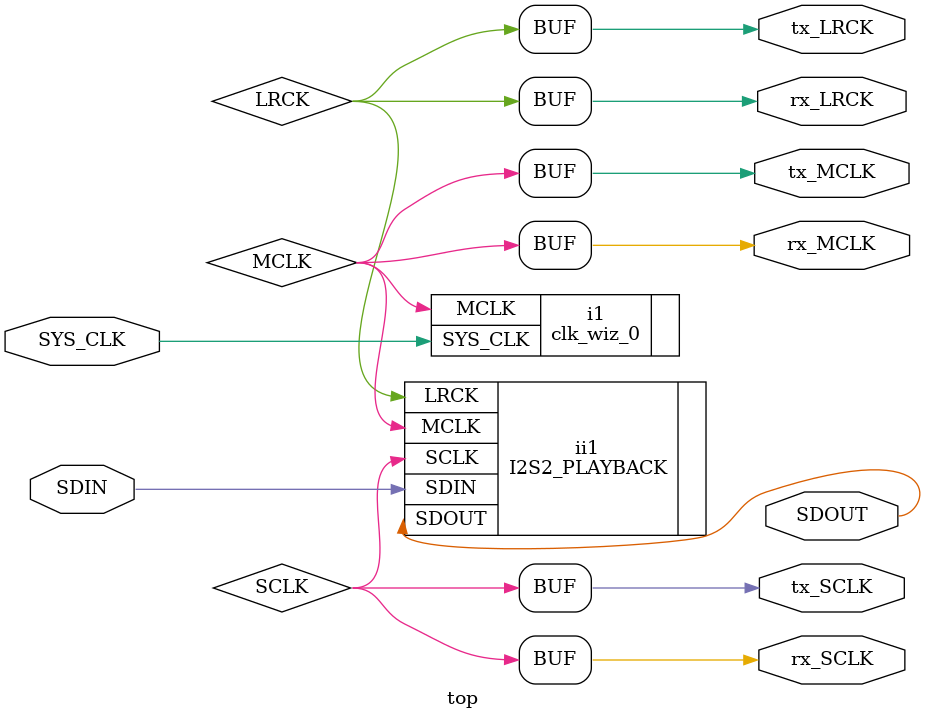
<source format=v>
module top(
    input SYS_CLK,
    input SDIN,
    output rx_MCLK, rx_LRCK, rx_SCLK,
    output tx_MCLK, tx_LRCK, tx_SCLK,
    output SDOUT
);

wire MCLK, LRCK, SCLK;

assign rx_MCLK = MCLK;
assign tx_MCLK = MCLK;

assign rx_LRCK = LRCK;
assign tx_LRCK = LRCK;

assign rx_SCLK = SCLK;
assign tx_SCLK = SCLK;


clk_wiz_0 i1(.SYS_CLK(SYS_CLK), .MCLK(MCLK));

I2S2_PLAYBACK ii1(.MCLK(MCLK), .SCLK(SCLK), .LRCK(LRCK), .SDIN(SDIN), .SDOUT(SDOUT));

endmodule
</source>
